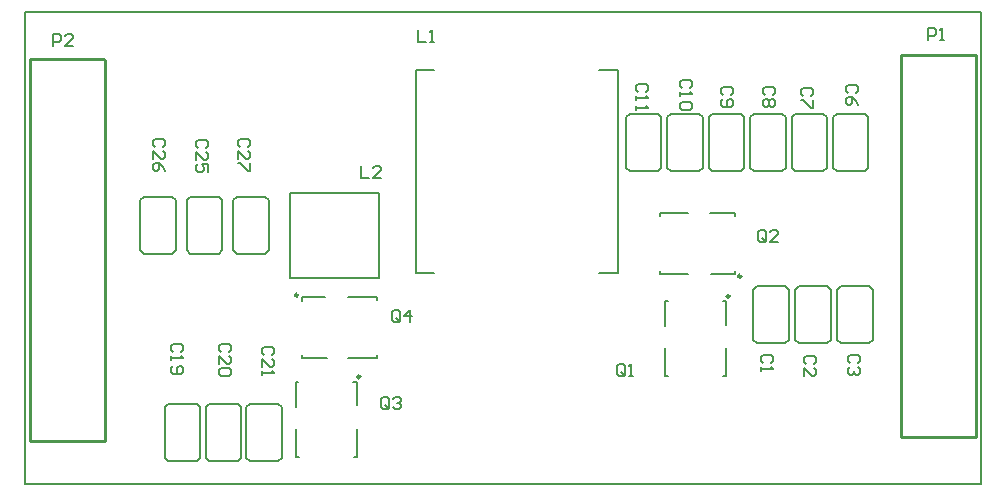
<source format=gto>
%FSLAX25Y25*%
%MOIN*%
G70*
G01*
G75*
%ADD10R,0.10630X0.03937*%
%ADD11R,0.02126X0.03543*%
%ADD12R,0.06299X0.01969*%
%ADD13R,0.07874X0.14410*%
%ADD14R,0.09843X0.14410*%
%ADD15R,0.25590X0.07559*%
%ADD16R,0.03543X0.02126*%
%ADD17R,0.01969X0.06299*%
%ADD18R,0.14410X0.07874*%
%ADD19R,0.14410X0.09843*%
%ADD20R,0.48504X0.15354*%
%ADD21C,0.00800*%
%ADD22R,0.19863X0.06977*%
%ADD23R,0.06180X0.93198*%
%ADD24R,0.45000X0.11900*%
%ADD25R,0.14563X0.09851*%
%ADD26R,0.30545X0.09475*%
%ADD27R,0.84414X0.11700*%
%ADD28R,0.46600X0.09300*%
%ADD29R,0.07500X0.15800*%
%ADD30R,0.07871X0.17200*%
%ADD31C,0.00500*%
%ADD32O,0.11811X0.09843*%
%ADD33R,0.11811X0.09843*%
%ADD34C,0.04000*%
%ADD35C,0.03000*%
%ADD36C,0.02000*%
%ADD37C,0.05000*%
%ADD38R,0.02756X0.03347*%
%ADD39R,0.03347X0.02756*%
%ADD40R,0.05118X0.03937*%
%ADD41O,0.02756X0.01181*%
%ADD42O,0.01181X0.02756*%
%ADD43R,0.07087X0.13386*%
%ADD44R,0.05000X0.94000*%
%ADD45R,0.16800X0.04300*%
%ADD46R,0.02620X0.27359*%
%ADD47R,0.02295X0.26700*%
%ADD48C,0.01000*%
D31*
X85732Y-148568D02*
Y-131836D01*
X73921Y-148568D02*
Y-131836D01*
X84550Y-149750D02*
X85732Y-148568D01*
X73921D02*
X75102Y-149750D01*
X73921Y-131836D02*
X75102Y-130655D01*
X84550D02*
X85732Y-131836D01*
X75102Y-149750D02*
X84550D01*
X75102Y-130655D02*
X84550D01*
X72132Y-148568D02*
Y-131836D01*
X60321Y-148568D02*
Y-131836D01*
X70950Y-149750D02*
X72132Y-148568D01*
X60321D02*
X61502Y-149750D01*
X60321Y-131836D02*
X61502Y-130655D01*
X70950D02*
X72132Y-131836D01*
X61502Y-149750D02*
X70950D01*
X61502Y-130655D02*
X70950D01*
X58531Y-148568D02*
Y-131836D01*
X46720Y-148568D02*
Y-131836D01*
X57350Y-149750D02*
X58531Y-148568D01*
X46720D02*
X47902Y-149750D01*
X46720Y-131836D02*
X47902Y-130655D01*
X57350D02*
X58531Y-131836D01*
X47902Y-149750D02*
X57350D01*
X47902Y-130655D02*
X57350D01*
X110626Y-131100D02*
Y-123300D01*
Y-148300D02*
Y-138851D01*
X90350Y-131600D02*
Y-123300D01*
Y-148300D02*
Y-138851D01*
Y-123300D02*
X91226D01*
X109526D02*
X110626D01*
X90350Y-148300D02*
X91326D01*
X109626D02*
X110626D01*
X88526Y-60254D02*
X118053D01*
Y-88600D02*
Y-60254D01*
X88526Y-88600D02*
X118053D01*
X88526D02*
Y-60254D01*
X54021Y-79464D02*
Y-62731D01*
X65832Y-79464D02*
Y-62731D01*
X54021D02*
X55202Y-61550D01*
X64650D02*
X65832Y-62731D01*
X64650Y-80645D02*
X65832Y-79464D01*
X54021D02*
X55202Y-80645D01*
Y-61550D02*
X64650D01*
X55202Y-80645D02*
X64650D01*
X69520Y-79464D02*
Y-62731D01*
X81331Y-79464D02*
Y-62731D01*
X69520D02*
X70702Y-61550D01*
X80150D02*
X81331Y-62731D01*
X80150Y-80645D02*
X81331Y-79464D01*
X69520D02*
X70702Y-80645D01*
Y-61550D02*
X80150D01*
X70702Y-80645D02*
X80150D01*
X38521Y-79464D02*
Y-62731D01*
X50331Y-79464D02*
Y-62731D01*
X38521D02*
X39702Y-61550D01*
X49150D02*
X50331Y-62731D01*
X49150Y-80645D02*
X50331Y-79464D01*
X38521D02*
X39702Y-80645D01*
Y-61550D02*
X49150D01*
X39702Y-80645D02*
X49150D01*
X92326Y-95100D02*
X100126D01*
X107877D02*
X117326D01*
X92326Y-115376D02*
X100626D01*
X107877D02*
X117326D01*
X92326D02*
Y-114500D01*
Y-96200D02*
Y-95100D01*
X117326Y-115376D02*
Y-114400D01*
Y-96100D02*
Y-95100D01*
X282631Y-109262D02*
Y-92530D01*
X270820Y-109262D02*
Y-92530D01*
X281450Y-110443D02*
X282631Y-109262D01*
X270820D02*
X272002Y-110443D01*
X270820Y-92530D02*
X272002Y-91349D01*
X281450D02*
X282631Y-92530D01*
X272002Y-110443D02*
X281450D01*
X272002Y-91349D02*
X281450D01*
X268632Y-109262D02*
Y-92530D01*
X256821Y-109262D02*
Y-92530D01*
X267450Y-110443D02*
X268632Y-109262D01*
X256821D02*
X258002Y-110443D01*
X256821Y-92530D02*
X258002Y-91349D01*
X267450D02*
X268632Y-92530D01*
X258002Y-110443D02*
X267450D01*
X258002Y-91349D02*
X267450D01*
X254631Y-109262D02*
Y-92530D01*
X242821Y-109262D02*
Y-92530D01*
X253450Y-110443D02*
X254631Y-109262D01*
X242821D02*
X244002Y-110443D01*
X242821Y-92530D02*
X244002Y-91349D01*
X253450D02*
X254631Y-92530D01*
X244002Y-110443D02*
X253450D01*
X244002Y-91349D02*
X253450D01*
X233726Y-104294D02*
Y-96494D01*
Y-121494D02*
Y-112045D01*
X213450Y-104794D02*
Y-96494D01*
Y-121494D02*
Y-112045D01*
Y-96494D02*
X214326D01*
X232626D02*
X233726D01*
X213450Y-121494D02*
X214426D01*
X232726D02*
X233726D01*
X130266Y-19434D02*
X136467D01*
X130266Y-86954D02*
X136467D01*
X191585Y-19434D02*
X197786D01*
Y-86954D02*
Y-19434D01*
X191585Y-86954D02*
X197786D01*
X130266D02*
Y-19434D01*
X269421Y-51858D02*
Y-35125D01*
X281231Y-51858D02*
Y-35125D01*
X269421D02*
X270602Y-33944D01*
X280050D02*
X281231Y-35125D01*
X280050Y-53039D02*
X281231Y-51858D01*
X269421D02*
X270602Y-53039D01*
Y-33944D02*
X280050D01*
X270602Y-53039D02*
X280050D01*
X241821Y-51858D02*
Y-35125D01*
X253631Y-51858D02*
Y-35125D01*
X241821D02*
X243002Y-33944D01*
X252450D02*
X253631Y-35125D01*
X252450Y-53039D02*
X253631Y-51858D01*
X241821D02*
X243002Y-53039D01*
Y-33944D02*
X252450D01*
X243002Y-53039D02*
X252450D01*
X255621Y-51858D02*
Y-35125D01*
X267431Y-51858D02*
Y-35125D01*
X255621D02*
X256802Y-33944D01*
X266250D02*
X267431Y-35125D01*
X266250Y-53039D02*
X267431Y-51858D01*
X255621D02*
X256802Y-53039D01*
Y-33944D02*
X266250D01*
X256802Y-53039D02*
X266250D01*
X200420Y-51858D02*
Y-35125D01*
X212231Y-51858D02*
Y-35125D01*
X200420D02*
X201602Y-33944D01*
X211050D02*
X212231Y-35125D01*
X211050Y-53039D02*
X212231Y-51858D01*
X200420D02*
X201602Y-53039D01*
Y-33944D02*
X211050D01*
X201602Y-53039D02*
X211050D01*
X214220Y-51858D02*
Y-35125D01*
X226031Y-51858D02*
Y-35125D01*
X214220D02*
X215402Y-33944D01*
X224850D02*
X226031Y-35125D01*
X224850Y-53039D02*
X226031Y-51858D01*
X214220D02*
X215402Y-53039D01*
Y-33944D02*
X224850D01*
X215402Y-53039D02*
X224850D01*
X228021Y-51858D02*
Y-35125D01*
X239831Y-51858D02*
Y-35125D01*
X228021D02*
X229202Y-33944D01*
X238650D02*
X239831Y-35125D01*
X238650Y-53039D02*
X239831Y-51858D01*
X228021D02*
X229202Y-53039D01*
Y-33944D02*
X238650D01*
X229202Y-53039D02*
X238650D01*
X228826Y-87394D02*
X236626D01*
X211626D02*
X221075D01*
X228326Y-67118D02*
X236626D01*
X211626D02*
X221075D01*
X236626Y-67994D02*
Y-67118D01*
Y-87394D02*
Y-86294D01*
X211626Y-68094D02*
Y-67118D01*
Y-87394D02*
Y-86394D01*
X200166Y-120733D02*
Y-118068D01*
X199499Y-117401D01*
X198167D01*
X197500Y-118068D01*
Y-120733D01*
X198167Y-121400D01*
X199499D01*
X198833Y-120067D02*
X200166Y-121400D01*
X199499D02*
X200166Y-120733D01*
X201499Y-121400D02*
X202832D01*
X202165D01*
Y-117401D01*
X201499Y-118068D01*
X246966Y-76034D02*
Y-73368D01*
X246299Y-72701D01*
X244966D01*
X244300Y-73368D01*
Y-76034D01*
X244966Y-76700D01*
X246299D01*
X245633Y-75367D02*
X246966Y-76700D01*
X246299D02*
X246966Y-76034D01*
X250964Y-76700D02*
X248299D01*
X250964Y-74034D01*
Y-73368D01*
X250298Y-72701D01*
X248965D01*
X248299Y-73368D01*
X125166Y-102833D02*
Y-100168D01*
X124499Y-99501D01*
X123167D01*
X122500Y-100168D01*
Y-102833D01*
X123167Y-103500D01*
X124499D01*
X123833Y-102167D02*
X125166Y-103500D01*
X124499D02*
X125166Y-102833D01*
X128498Y-103500D02*
Y-99501D01*
X126499Y-101501D01*
X129165D01*
X121466Y-131834D02*
Y-129168D01*
X120799Y-128501D01*
X119466D01*
X118800Y-129168D01*
Y-131834D01*
X119466Y-132500D01*
X120799D01*
X120133Y-131167D02*
X121466Y-132500D01*
X120799D02*
X121466Y-131834D01*
X122799Y-129168D02*
X123465Y-128501D01*
X124798D01*
X125464Y-129168D01*
Y-129834D01*
X124798Y-130501D01*
X124132D01*
X124798D01*
X125464Y-131167D01*
Y-131834D01*
X124798Y-132500D01*
X123465D01*
X122799Y-131834D01*
X9400Y-11200D02*
Y-7201D01*
X11399D01*
X12066Y-7868D01*
Y-9201D01*
X11399Y-9867D01*
X9400D01*
X16064Y-11200D02*
X13399D01*
X16064Y-8534D01*
Y-7868D01*
X15398Y-7201D01*
X14065D01*
X13399Y-7868D01*
X301200Y-9200D02*
Y-5201D01*
X303199D01*
X303866Y-5868D01*
Y-7201D01*
X303199Y-7867D01*
X301200D01*
X305199Y-9200D02*
X306532D01*
X305865D01*
Y-5201D01*
X305199Y-5868D01*
X130976Y-6045D02*
Y-10044D01*
X133642D01*
X134975D02*
X136308D01*
X135641D01*
Y-6045D01*
X134975Y-6711D01*
X112100Y-51201D02*
Y-55200D01*
X114766D01*
X118764D02*
X116099D01*
X118764Y-52534D01*
Y-51868D01*
X118098Y-51201D01*
X116765D01*
X116099Y-51868D01*
X249332Y-27666D02*
X249999Y-26999D01*
Y-25666D01*
X249332Y-25000D01*
X246666D01*
X246000Y-25666D01*
Y-26999D01*
X246666Y-27666D01*
X249332Y-28999D02*
X249999Y-29665D01*
Y-30998D01*
X249332Y-31664D01*
X248666D01*
X247999Y-30998D01*
X247333Y-31664D01*
X246666D01*
X246000Y-30998D01*
Y-29665D01*
X246666Y-28999D01*
X247333D01*
X247999Y-29665D01*
X248666Y-28999D01*
X249332D01*
X247999Y-29665D02*
Y-30998D01*
X262032Y-28166D02*
X262699Y-27499D01*
Y-26166D01*
X262032Y-25500D01*
X259366D01*
X258700Y-26166D01*
Y-27499D01*
X259366Y-28166D01*
X262699Y-29499D02*
Y-32164D01*
X262032D01*
X259366Y-29499D01*
X258700D01*
X277232Y-26966D02*
X277899Y-26299D01*
Y-24967D01*
X277232Y-24300D01*
X274566D01*
X273900Y-24967D01*
Y-26299D01*
X274566Y-26966D01*
X277899Y-30964D02*
X277232Y-29632D01*
X275899Y-28299D01*
X274566D01*
X273900Y-28965D01*
Y-30298D01*
X274566Y-30964D01*
X275233D01*
X275899Y-30298D01*
Y-28299D01*
X248632Y-116966D02*
X249299Y-116299D01*
Y-114966D01*
X248632Y-114300D01*
X245966D01*
X245300Y-114966D01*
Y-116299D01*
X245966Y-116966D01*
X245300Y-118299D02*
Y-119632D01*
Y-118965D01*
X249299D01*
X248632Y-118299D01*
X74532Y-44966D02*
X75199Y-44299D01*
Y-42966D01*
X74532Y-42300D01*
X71866D01*
X71200Y-42966D01*
Y-44299D01*
X71866Y-44966D01*
X71200Y-48965D02*
Y-46299D01*
X73866Y-48965D01*
X74532D01*
X75199Y-48298D01*
Y-46965D01*
X74532Y-46299D01*
X75199Y-50297D02*
Y-52963D01*
X74532D01*
X71866Y-50297D01*
X71200D01*
X45932Y-44966D02*
X46599Y-44299D01*
Y-42966D01*
X45932Y-42300D01*
X43266D01*
X42600Y-42966D01*
Y-44299D01*
X43266Y-44966D01*
X42600Y-48965D02*
Y-46299D01*
X45266Y-48965D01*
X45932D01*
X46599Y-48298D01*
Y-46965D01*
X45932Y-46299D01*
X46599Y-52963D02*
X45932Y-51630D01*
X44599Y-50297D01*
X43266D01*
X42600Y-50964D01*
Y-52297D01*
X43266Y-52963D01*
X43933D01*
X44599Y-52297D01*
Y-50297D01*
X60332Y-45266D02*
X60999Y-44599D01*
Y-43266D01*
X60332Y-42600D01*
X57666D01*
X57000Y-43266D01*
Y-44599D01*
X57666Y-45266D01*
X57000Y-49264D02*
Y-46599D01*
X59666Y-49264D01*
X60332D01*
X60999Y-48598D01*
Y-47265D01*
X60332Y-46599D01*
X60999Y-53263D02*
Y-50597D01*
X58999D01*
X59666Y-51930D01*
Y-52597D01*
X58999Y-53263D01*
X57666D01*
X57000Y-52597D01*
Y-51264D01*
X57666Y-50597D01*
X277732Y-116966D02*
X278399Y-116299D01*
Y-114966D01*
X277732Y-114300D01*
X275066D01*
X274400Y-114966D01*
Y-116299D01*
X275066Y-116966D01*
X277732Y-118299D02*
X278399Y-118965D01*
Y-120298D01*
X277732Y-120965D01*
X277066D01*
X276399Y-120298D01*
Y-119632D01*
Y-120298D01*
X275733Y-120965D01*
X275066D01*
X274400Y-120298D01*
Y-118965D01*
X275066Y-118299D01*
X263032Y-117366D02*
X263699Y-116699D01*
Y-115366D01*
X263032Y-114700D01*
X260366D01*
X259700Y-115366D01*
Y-116699D01*
X260366Y-117366D01*
X259700Y-121364D02*
Y-118699D01*
X262366Y-121364D01*
X263032D01*
X263699Y-120698D01*
Y-119365D01*
X263032Y-118699D01*
X82432Y-114366D02*
X83099Y-113699D01*
Y-112366D01*
X82432Y-111700D01*
X79766D01*
X79100Y-112366D01*
Y-113699D01*
X79766Y-114366D01*
X79100Y-118365D02*
Y-115699D01*
X81766Y-118365D01*
X82432D01*
X83099Y-117698D01*
Y-116365D01*
X82432Y-115699D01*
X79100Y-119697D02*
Y-121030D01*
Y-120364D01*
X83099D01*
X82432Y-119697D01*
X68032Y-113266D02*
X68699Y-112599D01*
Y-111267D01*
X68032Y-110600D01*
X65366D01*
X64700Y-111267D01*
Y-112599D01*
X65366Y-113266D01*
X64700Y-117264D02*
Y-114599D01*
X67366Y-117264D01*
X68032D01*
X68699Y-116598D01*
Y-115265D01*
X68032Y-114599D01*
Y-118597D02*
X68699Y-119264D01*
Y-120597D01*
X68032Y-121263D01*
X65366D01*
X64700Y-120597D01*
Y-119264D01*
X65366Y-118597D01*
X68032D01*
X52032Y-113266D02*
X52699Y-112599D01*
Y-111267D01*
X52032Y-110600D01*
X49366D01*
X48700Y-111267D01*
Y-112599D01*
X49366Y-113266D01*
X48700Y-114599D02*
Y-115932D01*
Y-115265D01*
X52699D01*
X52032Y-114599D01*
X49366Y-117931D02*
X48700Y-118597D01*
Y-119930D01*
X49366Y-120597D01*
X52032D01*
X52699Y-119930D01*
Y-118597D01*
X52032Y-117931D01*
X51366D01*
X50699Y-118597D01*
Y-120597D01*
X207232Y-26766D02*
X207899Y-26099D01*
Y-24767D01*
X207232Y-24100D01*
X204567D01*
X203900Y-24767D01*
Y-26099D01*
X204567Y-26766D01*
X203900Y-28099D02*
Y-29432D01*
Y-28765D01*
X207899D01*
X207232Y-28099D01*
X203900Y-31431D02*
Y-32764D01*
Y-32097D01*
X207899D01*
X207232Y-31431D01*
X221632Y-25266D02*
X222299Y-24599D01*
Y-23267D01*
X221632Y-22600D01*
X218966D01*
X218300Y-23267D01*
Y-24599D01*
X218966Y-25266D01*
X218300Y-26599D02*
Y-27932D01*
Y-27265D01*
X222299D01*
X221632Y-26599D01*
Y-29931D02*
X222299Y-30597D01*
Y-31930D01*
X221632Y-32597D01*
X218966D01*
X218300Y-31930D01*
Y-30597D01*
X218966Y-29931D01*
X221632D01*
X235532Y-27566D02*
X236199Y-26899D01*
Y-25567D01*
X235532Y-24900D01*
X232866D01*
X232200Y-25567D01*
Y-26899D01*
X232866Y-27566D01*
Y-28899D02*
X232200Y-29565D01*
Y-30898D01*
X232866Y-31565D01*
X235532D01*
X236199Y-30898D01*
Y-29565D01*
X235532Y-28899D01*
X234866D01*
X234199Y-29565D01*
Y-31565D01*
X0Y-157480D02*
Y0D01*
Y-157480D02*
X318898D01*
Y0D01*
X0D02*
X318898D01*
D48*
X111826Y-121600D02*
G03*
X111826Y-121600I-500J0D01*
G01*
X91126Y-94400D02*
G03*
X91126Y-94400I-500J0D01*
G01*
X234926Y-94794D02*
G03*
X234926Y-94794I-500J0D01*
G01*
X238826Y-88094D02*
G03*
X238826Y-88094I-500J0D01*
G01*
X292224Y-141616D02*
Y-14416D01*
X317028D01*
X292323Y-141717D02*
X317126D01*
Y-14516D01*
X1772Y-142964D02*
Y-15764D01*
X26575D01*
X1870Y-143065D02*
X26673D01*
Y-15864D01*
M02*

</source>
